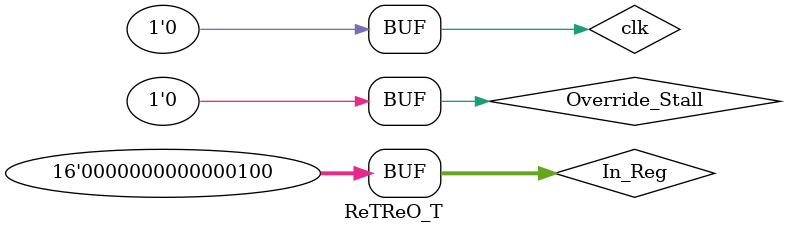
<source format=v>
`timescale 1ns / 1ps


module ReTReO_T;

	// Inputs
	reg [15:0] In_Reg;
	reg Override_Stall;
	reg clk;

	// Outputs
	wire [15:0] Out_Reg;

	// Instantiate the Unit Under Test (UUT)
	ReTReO uut (
		.In_Reg(In_Reg), 
		.Out_Reg(Out_Reg), 
		.Override_Stall(Override_Stall), 
		.clk(clk)
	);

	initial begin
		// Initialize Inputs
		In_Reg = 16'd4;
		Override_Stall = 0; 


		// Wait 100 ns for global reset to finish
		#100;
 		clk = 0;
		#100;
		clk = 1;
		#100;
 		clk = 0;
		#100;
		clk = 1;
		#100;
 		clk = 0;
		#100;
		clk = 1;
		#100;
 		clk = 0;
		#100;
		clk = 1;
		#100;
 		clk = 0;
		#100;
		clk = 1;
		#100;
 		clk = 0;
		#100;
		clk = 1;
		#100;
 		clk = 0;
		#100;
		clk = 1;
		#100;
 		clk = 0;
		#100;
		clk = 1;
		#100;
 		clk = 0;
		#100;
		clk = 1;
		#100;
 		clk = 0;
		#100;
		clk = 1;
		#100;
		Override_Stall = 1; 
 		clk = 0;
		#100;
		clk = 1;
		#100;
		Override_Stall = 0; 
 		clk = 0;
		#100;
		clk = 1;
		#100;
 		clk = 0;
		#100;
		clk = 1;
		#100;
 		clk = 0;
		#100;   		
		// Add stimulus here

	end
      
endmodule


</source>
